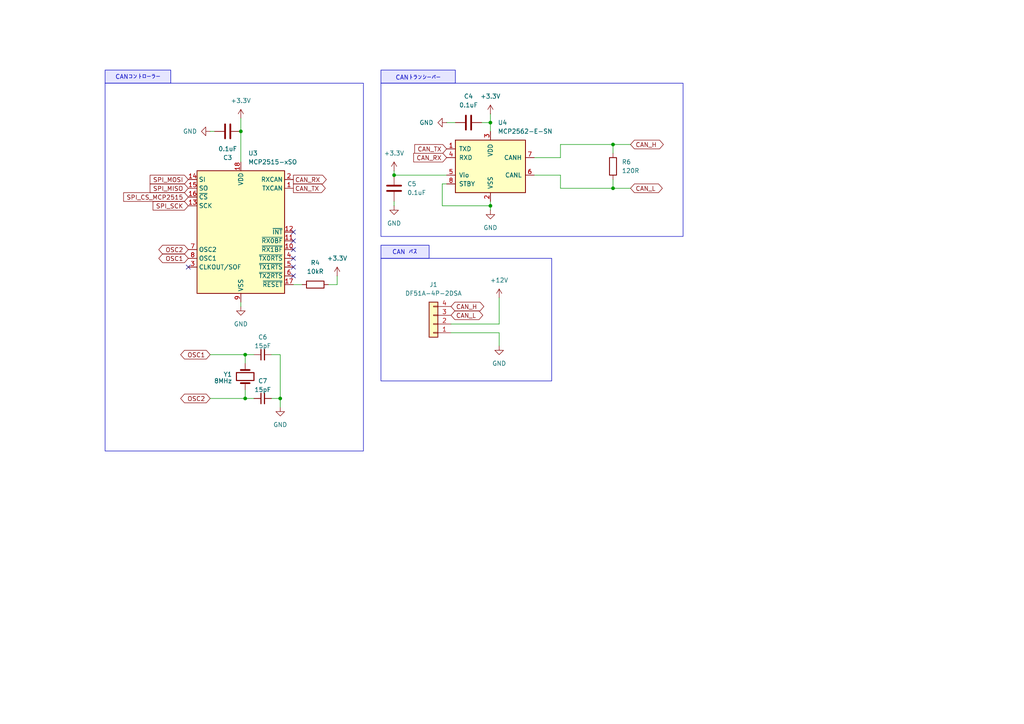
<source format=kicad_sch>
(kicad_sch (version 20250114) (generator "eeschema") (generator_version "9.0")
  (paper "A4")
  (lib_symbols
    (symbol "Connector_Generic:Conn_01x04" (pin_names (offset 1.016) (hide yes))
      (property "Reference" "J" (at 0 5.08 0))
      (property "Value" "Conn_01x04" (at 0 -7.62 0))
      (symbol "Conn_01x04_1_1"
        (rectangle (start -1.27 3.81) (end 1.27 -6.35) (stroke (width 0.254)) (fill (type background)))
        (rectangle (start -1.27 2.667) (end 0 2.413) (stroke (width 0.1524)))
        (rectangle (start -1.27 0.127) (end 0 -0.127) (stroke (width 0.1524)))
        (rectangle (start -1.27 -2.413) (end 0 -2.667) (stroke (width 0.1524)))
        (rectangle (start -1.27 -4.953) (end 0 -5.207) (stroke (width 0.1524)))
        (pin passive line (at -5.08 2.54 0) (length 3.81) (name "Pin_1") (number "1"))
        (pin passive line (at -5.08 0 0) (length 3.81) (name "Pin_2") (number "2"))
        (pin passive line (at -5.08 -2.54 0) (length 3.81) (name "Pin_3") (number "3"))
        (pin passive line (at -5.08 -5.08 0) (length 3.81) (name "Pin_4") (number "4"))
      )
    )
    (symbol "Device:C" (pin_numbers (hide yes)) (pin_names (offset 0.254))
      (property "Reference" "C" (at 0.635 2.54 0))
      (property "Value" "C" (at 0.635 -2.54 0))
      (symbol "C_0_1"
        (polyline (pts (xy -2.032 0.762) (xy 2.032 0.762)) (stroke (width 0.508)))
        (polyline (pts (xy -2.032 -0.762) (xy 2.032 -0.762)) (stroke (width 0.508)))
      )
      (symbol "C_1_1"
        (pin passive line (at 0 3.81 270) (length 2.794) (name "~") (number "1"))
        (pin passive line (at 0 -3.81 90) (length 2.794) (name "~") (number "2"))
      )
    )
    (symbol "Device:C_Small" (pin_numbers (hide yes)) (pin_names (offset 0.254) (hide yes))
      (property "Reference" "C" (at 0.254 1.778 0))
      (property "Value" "C_Small" (at 0.254 -2.032 0))
      (symbol "C_Small_0_1"
        (polyline (pts (xy -1.524 0.508) (xy 1.524 0.508)) (stroke (width 0.3048)))
        (polyline (pts (xy -1.524 -0.508) (xy 1.524 -0.508)) (stroke (width 0.3302)))
      )
      (symbol "C_Small_1_1"
        (pin passive line (at 0 2.54 270) (length 2.032) (name "~") (number "1"))
        (pin passive line (at 0 -2.54 90) (length 2.032) (name "~") (number "2"))
      )
    )
    (symbol "Device:Crystal" (pin_numbers (hide yes)) (pin_names (offset 1.016) (hide yes))
      (property "Reference" "Y" (at 0 3.81 0))
      (property "Value" "Crystal" (at 0 -3.81 0))
      (symbol "Crystal_0_1"
        (polyline (pts (xy -2.54 0) (xy -1.905 0)))
        (polyline (pts (xy -1.905 -1.27) (xy -1.905 1.27)) (stroke (width 0.508)))
        (rectangle (start -1.143 2.54) (end 1.143 -2.54) (stroke (width 0.3048)))
        (polyline (pts (xy 1.905 -1.27) (xy 1.905 1.27)) (stroke (width 0.508)))
        (polyline (pts (xy 2.54 0) (xy 1.905 0)))
      )
      (symbol "Crystal_1_1"
        (pin passive line (at -3.81 0 0) (length 1.27) (name "1") (number "1"))
        (pin passive line (at 3.81 0 180) (length 1.27) (name "2") (number "2"))
      )
    )
    (symbol "Device:R" (pin_numbers (hide yes)) (pin_names (offset 0))
      (property "Reference" "R" (at 2.032 0 90))
      (property "Value" "R" (at 0 0 90))
      (symbol "R_0_1"
        (rectangle (start -1.016 -2.54) (end 1.016 2.54) (stroke (width 0.254)))
      )
      (symbol "R_1_1"
        (pin passive line (at 0 3.81 270) (length 1.27) (name "~") (number "1"))
        (pin passive line (at 0 -3.81 90) (length 1.27) (name "~") (number "2"))
      )
    )
    (symbol "GND_1" (power) (pin_numbers (hide yes)) (pin_names (offset 0) (hide yes))
      (property "Value" "GND" (at 0 -3.81 0))
      (symbol "GND_1_0_1"
        (polyline (pts (xy 0 0) (xy 0 -1.27) (xy 1.27 -1.27) (xy 0 -2.54) (xy -1.27 -1.27) (xy 0 -1.27)))
      )
      (symbol "GND_1_1_1"
        (pin power_in line (at 0 0 270) (length 0) (name "~") (number "1"))
      )
    )
    (symbol "GND_2" (power) (pin_numbers (hide yes)) (pin_names (offset 0) (hide yes))
      (property "Value" "GND" (at 0 -3.81 0))
      (symbol "GND_2_0_1"
        (polyline (pts (xy 0 0) (xy 0 -1.27) (xy 1.27 -1.27) (xy 0 -2.54) (xy -1.27 -1.27) (xy 0 -1.27)))
      )
      (symbol "GND_2_1_1"
        (pin power_in line (at 0 0 270) (length 0) (name "~") (number "1"))
      )
    )
    (symbol "GND_3" (power) (pin_numbers (hide yes)) (pin_names (offset 0) (hide yes))
      (property "Value" "GND" (at 0 -3.81 0))
      (symbol "GND_3_0_1"
        (polyline (pts (xy 0 0) (xy 0 -1.27) (xy 1.27 -1.27) (xy 0 -2.54) (xy -1.27 -1.27) (xy 0 -1.27)))
      )
      (symbol "GND_3_1_1"
        (pin power_in line (at 0 0 270) (length 0) (name "~") (number "1"))
      )
    )
    (symbol "Interface_CAN_LIN:MCP2515-xSO"
      (property "Reference" "U" (at -10.16 19.685 0))
      (property "Value" "MCP2515-xSO" (at 19.05 20.32 0))
      (symbol "MCP2515-xSO_0_1"
        (rectangle (start -12.7 17.78) (end 12.7 -17.78) (stroke (width 0.254)) (fill (type background)))
      )
      (symbol "MCP2515-xSO_1_1"
        (pin input line (at -15.24 15.24 0) (length 2.54) (name "SI") (number "14"))
        (pin output line (at -15.24 12.7 0) (length 2.54) (name "SO") (number "15"))
        (pin input line (at -15.24 10.16 0) (length 2.54) (name "~{CS}") (number "16"))
        (pin input line (at -15.24 7.62 0) (length 2.54) (name "SCK") (number "13"))
        (pin output line (at -15.24 -5.08 0) (length 2.54) (name "OSC2") (number "7"))
        (pin input line (at -15.24 -7.62 0) (length 2.54) (name "OSC1") (number "8"))
        (pin output line (at -15.24 -10.16 0) (length 2.54) (name "CLKOUT/SOF") (number "3"))
        (pin power_in line (at 0 20.32 270) (length 2.54) (name "VDD") (number "18"))
        (pin power_in line (at 0 -20.32 90) (length 2.54) (name "VSS") (number "9"))
        (pin input line (at 15.24 15.24 180) (length 2.54) (name "RXCAN") (number "2"))
        (pin output line (at 15.24 12.7 180) (length 2.54) (name "TXCAN") (number "1"))
        (pin output line (at 15.24 0 180) (length 2.54) (name "~{INT}") (number "12"))
        (pin output line (at 15.24 -2.54 180) (length 2.54) (name "~{RX0BF}") (number "11"))
        (pin output line (at 15.24 -5.08 180) (length 2.54) (name "~{RX1BF}") (number "10"))
        (pin input line (at 15.24 -7.62 180) (length 2.54) (name "~{TX0RTS}") (number "4"))
        (pin input line (at 15.24 -10.16 180) (length 2.54) (name "~{TX1RTS}") (number "5"))
        (pin input line (at 15.24 -12.7 180) (length 2.54) (name "~{TX2RTS}") (number "6"))
        (pin input line (at 15.24 -15.24 180) (length 2.54) (name "~{RESET}") (number "17"))
      )
    )
    (symbol "Interface_CAN_LIN:MCP2562-E-SN" (pin_names (offset 1.016))
      (property "Reference" "U" (at -10.16 8.89 0))
      (property "Value" "MCP2562-E-SN" (at 2.54 8.89 0))
      (symbol "MCP2562-E-SN_0_1"
        (rectangle (start -10.16 7.62) (end 10.16 -7.62) (stroke (width 0.254)) (fill (type background)))
      )
      (symbol "MCP2562-E-SN_1_1"
        (pin input line (at -12.7 5.08 0) (length 2.54) (name "TXD") (number "1"))
        (pin output line (at -12.7 2.54 0) (length 2.54) (name "RXD") (number "4"))
        (pin power_in line (at -12.7 -2.54 0) (length 2.54) (name "Vio") (number "5"))
        (pin input line (at -12.7 -5.08 0) (length 2.54) (name "STBY") (number "8"))
        (pin power_in line (at 0 10.16 270) (length 2.54) (name "VDD") (number "3"))
        (pin power_in line (at 0 -10.16 90) (length 2.54) (name "VSS") (number "2"))
        (pin bidirectional line (at 12.7 2.54 180) (length 2.54) (name "CANH") (number "7"))
        (pin bidirectional line (at 12.7 -2.54 180) (length 2.54) (name "CANL") (number "6"))
      )
    )
    (symbol "power:+12V" (power) (pin_numbers (hide yes)) (pin_names (offset 0) (hide yes))
      (property "Value" "+12V" (at 0 3.556 0))
      (symbol "+12V_0_1"
        (polyline (pts (xy -0.762 1.27) (xy 0 2.54)))
        (polyline (pts (xy 0 2.54) (xy 0.762 1.27)))
        (polyline (pts (xy 0 0) (xy 0 2.54)))
      )
      (symbol "+12V_1_1"
        (pin power_in line (at 0 0 90) (length 0) (name "~") (number "1"))
      )
    )
    (symbol "power:+3.3V" (power) (pin_numbers (hide yes)) (pin_names (offset 0) (hide yes))
      (property "Value" "+3.3V" (at 0 3.556 0))
      (symbol "+3.3V_0_1"
        (polyline (pts (xy -0.762 1.27) (xy 0 2.54)))
        (polyline (pts (xy 0 2.54) (xy 0.762 1.27)))
        (polyline (pts (xy 0 0) (xy 0 2.54)))
      )
      (symbol "+3.3V_1_1"
        (pin power_in line (at 0 0 90) (length 0) (name "~") (number "1"))
      )
    )
    (symbol "power:GND" (power) (pin_names (offset 0))
      (property "Value" "GND" (at 0 -3.81 0))
      (symbol "GND_0_1"
        (polyline (pts (xy 0 0) (xy 0 -1.27) (xy 1.27 -1.27) (xy 0 -2.54) (xy -1.27 -1.27) (xy 0 -1.27)))
      )
      (symbol "GND_1_1"
        (pin power_in line (at 0 0 270) (length 0) (hide yes) (name "GND") (number "1"))
      )
    )
  )
  (rectangle (start 110.49 24.13) (end 198.12 68.58))
  (rectangle (start 110.49 74.93) (end 160.02 110.49))
  (rectangle (start 30.48 24.13) (end 105.41 130.81))
  (text_box "CANトランシーバー" (at 110.49 20.32 0) (size 21.59 3.81) (margins 0.9525 0.9525 0.9525 0.9525) (fill (type color) (color 0 0 255 0.1)) (effects (font (size 1.27 1.27)) (justify bottom)))
  (text_box "CAN バス" (at 110.49 71.12 0) (size 13.97 3.81) (margins 0.9525 0.9525 0.9525 0.9525) (fill (type color) (color 0 0 255 0.1)) (effects (font (size 1.27 1.27))))
  (text_box "CANコントローラー" (at 30.48 20.32 0) (size 19.05 3.81) (margins 0.9525 0.9525 0.9525 0.9525) (fill (type color) (color 0 0 255 0.1)) (effects (font (size 1.27 1.27))))
  (junction (at 71.12 102.87))
  (junction (at 114.3 50.8))
  (junction (at 71.12 115.57))
  (junction (at 142.24 59.69))
  (junction (at 81.28 115.57))
  (junction (at 177.8 54.61))
  (junction (at 69.85 38.1))
  (junction (at 142.24 35.56))
  (junction (at 177.8 41.91))
  (no_connect (at 85.09 72.39))
  (no_connect (at 85.09 69.85))
  (no_connect (at 85.09 80.01))
  (no_connect (at 54.61 77.47))
  (no_connect (at 85.09 67.31))
  (no_connect (at 85.09 74.93))
  (no_connect (at 85.09 77.47))
  (wire (pts (xy 162.56 45.72) (xy 154.94 45.72)))
  (wire (pts (xy 177.8 41.91) (xy 177.8 44.45)))
  (wire (pts (xy 69.85 38.1) (xy 69.85 46.99)))
  (wire (pts (xy 128.27 59.69) (xy 142.24 59.69)))
  (wire (pts (xy 60.96 115.57) (xy 71.12 115.57)))
  (wire (pts (xy 142.24 35.56) (xy 142.24 38.1)))
  (wire (pts (xy 177.8 41.91) (xy 182.88 41.91)))
  (wire (pts (xy 144.78 96.52) (xy 130.81 96.52)))
  (wire (pts (xy 60.96 102.87) (xy 71.12 102.87)))
  (wire (pts (xy 139.7 35.56) (xy 142.24 35.56)))
  (wire (pts (xy 114.3 58.42) (xy 114.3 59.69)))
  (wire (pts (xy 69.85 88.9) (xy 69.85 87.63)))
  (wire (pts (xy 78.74 115.57) (xy 81.28 115.57)))
  (wire (pts (xy 71.12 105.41) (xy 71.12 102.87)))
  (wire (pts (xy 81.28 115.57) (xy 81.28 102.87)))
  (wire (pts (xy 162.56 41.91) (xy 162.56 45.72)))
  (wire (pts (xy 154.94 50.8) (xy 162.56 50.8)))
  (wire (pts (xy 114.3 49.53) (xy 114.3 50.8)))
  (wire (pts (xy 144.78 86.36) (xy 144.78 93.98)))
  (wire (pts (xy 85.09 82.55) (xy 87.63 82.55)))
  (wire (pts (xy 81.28 118.11) (xy 81.28 115.57)))
  (wire (pts (xy 177.8 54.61) (xy 162.56 54.61)))
  (wire (pts (xy 130.81 93.98) (xy 144.78 93.98)))
  (wire (pts (xy 142.24 59.69) (xy 142.24 60.96)))
  (wire (pts (xy 162.56 41.91) (xy 177.8 41.91)))
  (wire (pts (xy 60.96 38.1) (xy 62.23 38.1)))
  (wire (pts (xy 69.85 34.29) (xy 69.85 38.1)))
  (wire (pts (xy 129.54 53.34) (xy 128.27 53.34)))
  (wire (pts (xy 182.88 54.61) (xy 177.8 54.61)))
  (wire (pts (xy 71.12 102.87) (xy 73.66 102.87)))
  (wire (pts (xy 95.25 82.55) (xy 97.79 82.55)))
  (wire (pts (xy 71.12 115.57) (xy 73.66 115.57)))
  (wire (pts (xy 71.12 113.03) (xy 71.12 115.57)))
  (wire (pts (xy 97.79 82.55) (xy 97.79 80.01)))
  (wire (pts (xy 144.78 100.33) (xy 144.78 96.52)))
  (wire (pts (xy 114.3 50.8) (xy 129.54 50.8)))
  (wire (pts (xy 78.74 102.87) (xy 81.28 102.87)))
  (wire (pts (xy 142.24 33.02) (xy 142.24 35.56)))
  (wire (pts (xy 129.54 35.56) (xy 132.08 35.56)))
  (wire (pts (xy 162.56 54.61) (xy 162.56 50.8)))
  (wire (pts (xy 142.24 59.69) (xy 142.24 58.42)))
  (wire (pts (xy 128.27 53.34) (xy 128.27 59.69)))
  (wire (pts (xy 177.8 52.07) (xy 177.8 54.61)))
  (global_label "CAN_L" (shape bidirectional) (at 182.88 54.61 0) (property "Intersheetrefs" "${INTERSHEET_REFS}" (effects (hide yes))))
  (global_label "SPI_MISO" (shape input) (at 54.61 54.61 180) (property "Intersheetrefs" "${INTERSHEET_REFS}" (effects (hide yes))))
  (global_label "OSC2" (shape bidirectional) (at 60.96 115.57 180) (property "Intersheetrefs" "${INTERSHEET_REFS}" (effects (hide yes))))
  (global_label "SPI_SCK" (shape input) (at 54.61 59.69 180) (property "Intersheetrefs" "${INTERSHEET_REFS}" (effects (hide yes))))
  (global_label "CAN_TX" (shape output) (at 85.09 54.61 0) (property "Intersheetrefs" "${INTERSHEET_REFS}" (effects (hide yes))))
  (global_label "CAN_RX" (shape output) (at 85.09 52.07 0) (property "Intersheetrefs" "${INTERSHEET_REFS}" (effects (hide yes))))
  (global_label "OSC1" (shape bidirectional) (at 54.61 74.93 180) (property "Intersheetrefs" "${INTERSHEET_REFS}" (effects (hide yes))))
  (global_label "CAN_H" (shape bidirectional) (at 130.81 88.9 0) (property "Intersheetrefs" "${INTERSHEET_REFS}" (effects (hide yes))))
  (global_label "OSC2" (shape bidirectional) (at 54.61 72.39 180) (property "Intersheetrefs" "${INTERSHEET_REFS}" (effects (hide yes))))
  (global_label "CAN_L" (shape bidirectional) (at 130.81 91.44 0) (property "Intersheetrefs" "${INTERSHEET_REFS}" (effects (hide yes))))
  (global_label "CAN_TX" (shape input) (at 129.54 43.18 180) (property "Intersheetrefs" "${INTERSHEET_REFS}" (effects (hide yes))))
  (global_label "OSC1" (shape bidirectional) (at 60.96 102.87 180) (property "Intersheetrefs" "${INTERSHEET_REFS}" (effects (hide yes))))
  (global_label "CAN_H" (shape bidirectional) (at 182.88 41.91 0) (property "Intersheetrefs" "${INTERSHEET_REFS}" (effects (hide yes))))
  (global_label "CAN_RX" (shape input) (at 129.54 45.72 180) (property "Intersheetrefs" "${INTERSHEET_REFS}" (effects (hide yes))))
  (global_label "SPI_MOSI" (shape input) (at 54.61 52.07 180) (property "Intersheetrefs" "${INTERSHEET_REFS}" (effects (hide yes))))
  (global_label "SPI_CS_MCP2515" (shape input) (at 54.61 57.15 180) (property "Intersheetrefs" "${INTERSHEET_REFS}" (effects (hide yes))))
  (symbol (lib_id "power:GND") (at 144.78 100.33 0) (unit 1)
    (property "Reference" "#PWR05" (effects (hide yes)))
    (property "Value" "GND" (at 144.78 105.41 0))
    (property "Description" "Power symbol creates a global label with name \"GND\" , ground" (effects (hide yes)))
  )
  (symbol (lib_id "power:+3.3V") (at 69.85 34.29 0) (unit 1)
    (property "Reference" "#PWR014" (effects (hide yes)))
    (property "Value" "+3.3V" (at 69.85 29.21 0))
    (property "Description" "Power symbol creates a global label with name \"+3.3V\"" (effects (hide yes)))
  )
  (symbol (lib_id "Device:C") (at 66.04 38.1 270) (mirror x) (unit 1)
    (property "Reference" "C3" (at 66.04 45.72 90))
    (property "Value" "0.1uF" (at 66.04 43.18 90))
    (property "Footprint" "Capacitor_SMD:C_0603_1608Metric_Pad1.08x0.95mm_HandSolder" (effects (hide yes)))
    (property "Description" "Unpolarized capacitor" (effects (hide yes)))
  )
  (symbol (lib_name "GND_3") (lib_id "power:GND") (at 60.96 38.1 270) (unit 1)
    (property "Reference" "#PWR019" (effects (hide yes)))
    (property "Value" "GND" (at 57.15 38.0999 90) (effects (justify right)))
    (property "Description" "Power symbol creates a global label with name \"GND\" , ground" (effects (hide yes)))
  )
  (symbol (lib_id "power:+3.3V") (at 114.3 49.53 0) (unit 1)
    (property "Reference" "#PWR018" (effects (hide yes)))
    (property "Value" "+3.3V" (at 114.3 44.45 0))
    (property "Description" "Power symbol creates a global label with name \"+3.3V\"" (effects (hide yes)))
  )
  (symbol (lib_name "GND_2") (lib_id "power:GND") (at 142.24 60.96 0) (unit 1)
    (property "Reference" "#PWR017" (effects (hide yes)))
    (property "Value" "GND" (at 142.24 66.04 0))
    (property "Description" "Power symbol creates a global label with name \"GND\" , ground" (effects (hide yes)))
  )
  (symbol (lib_id "Device:Crystal") (at 71.12 109.22 270) (mirror x) (unit 1)
    (property "Reference" "Y1" (at 67.31 108.585 90) (effects (justify right)))
    (property "Value" "8MHz" (at 67.31 110.49 90) (effects (justify right)))
    (property "Footprint" "Crystal:Crystal_SMD_HC49-SD" (effects (hide yes)))
    (property "Datasheet" "https://akizukidenshi.com/catalog/g/gP-08667/" (effects (hide yes)))
  )
  (symbol (lib_name "GND_2") (lib_id "power:GND") (at 129.54 35.56 270) (unit 1)
    (property "Reference" "#PWR027" (effects (hide yes)))
    (property "Value" "GND" (at 125.73 35.5599 90) (effects (justify right)))
    (property "Description" "Power symbol creates a global label with name \"GND\" , ground" (effects (hide yes)))
  )
  (symbol (lib_id "Connector_Generic:Conn_01x04") (at 125.73 93.98 180) (unit 1)
    (property "Reference" "J1" (at 125.73 82.55 0))
    (property "Value" "DF51A-4P-2DSA" (at 125.73 85.09 0))
    (property "Footprint" "TSRP_Connector_Hirose:DF51A-4P-2DSA" (effects (hide yes)))
    (property "Description" "Generic connector, single row, 01x04, script generated (kicad-library-utils/schlib/autogen/connector/)" (effects (hide yes)))
  )
  (symbol (lib_id "power:+3.3V") (at 142.24 33.02 0) (unit 1)
    (property "Reference" "#PWR016" (effects (hide yes)))
    (property "Value" "+3.3V" (at 142.24 27.94 0))
    (property "Description" "Power symbol creates a global label with name \"+3.3V\"" (effects (hide yes)))
  )
  (symbol (lib_id "Device:C_Small") (at 76.2 115.57 90) (unit 1)
    (property "Reference" "C7" (at 76.2063 110.49 90))
    (property "Value" "15pF" (at 76.2063 113.03 90))
    (property "Footprint" "Capacitor_SMD:C_0603_1608Metric_Pad1.08x0.95mm_HandSolder" (effects (hide yes)))
    (property "Datasheet" "https://akizukidenshi.com/catalog/g/gP-16143/" (effects (hide yes)))
  )
  (symbol (lib_id "Interface_CAN_LIN:MCP2562-E-SN") (at 142.24 48.26 0) (unit 1)
    (property "Reference" "U4" (at 144.3833 35.56 0) (effects (justify left)))
    (property "Value" "MCP2562-E-SN" (at 144.3833 38.1 0) (effects (justify left)))
    (property "Footprint" "Package_SO:SOIC-8_3.9x4.9mm_P1.27mm" (effects (hide yes)))
    (property "Datasheet" "http://ww1.microchip.com/downloads/en/DeviceDoc/25167A.pdf" (effects (hide yes)))
    (property "Description" "High-Speed CAN Transceiver, 1Mbps, 5V supply, Vio pin, -40C to +125C, SOIC-8" (effects (hide yes)))
  )
  (symbol (lib_id "power:GND") (at 81.28 118.11 0) (unit 1)
    (property "Reference" "#PWR025" (effects (hide yes)))
    (property "Value" "GND" (at 81.28 123.19 0))
  )
  (symbol (lib_name "GND_2") (lib_id "power:GND") (at 114.3 59.69 0) (unit 1)
    (property "Reference" "#PWR028" (effects (hide yes)))
    (property "Value" "GND" (at 114.3 64.77 0))
    (property "Description" "Power symbol creates a global label with name \"GND\" , ground" (effects (hide yes)))
  )
  (symbol (lib_id "Device:C") (at 135.89 35.56 90) (unit 1)
    (property "Reference" "C4" (at 135.89 27.94 90))
    (property "Value" "0.1uF" (at 135.89 30.48 90))
    (property "Footprint" "Capacitor_SMD:C_0603_1608Metric_Pad1.08x0.95mm_HandSolder" (effects (hide yes)))
    (property "Description" "Unpolarized capacitor" (effects (hide yes)))
  )
  (symbol (lib_id "power:+3.3V") (at 97.79 80.01 0) (unit 1)
    (property "Reference" "#PWR015" (effects (hide yes)))
    (property "Value" "+3.3V" (at 97.79 74.93 0))
    (property "Description" "Power symbol creates a global label with name \"+3.3V\"" (effects (hide yes)))
  )
  (symbol (lib_id "Device:C_Small") (at 76.2 102.87 90) (unit 1)
    (property "Reference" "C6" (at 76.2063 97.79 90))
    (property "Value" "15pF" (at 76.2063 100.33 90))
    (property "Footprint" "Capacitor_SMD:C_0603_1608Metric_Pad1.08x0.95mm_HandSolder" (effects (hide yes)))
    (property "Datasheet" "https://akizukidenshi.com/catalog/g/gP-16143/" (effects (hide yes)))
  )
  (symbol (lib_id "Device:C") (at 114.3 54.61 180) (unit 1)
    (property "Reference" "C5" (at 118.11 53.3399 0) (effects (justify right)))
    (property "Value" "0.1uF" (at 118.11 55.8799 0) (effects (justify right)))
    (property "Footprint" "Capacitor_SMD:C_0603_1608Metric_Pad1.08x0.95mm_HandSolder" (effects (hide yes)))
    (property "Description" "Unpolarized capacitor" (effects (hide yes)))
  )
  (symbol (lib_id "Device:R") (at 177.8 48.26 180) (unit 1)
    (property "Reference" "R6" (at 180.34 46.9899 0) (effects (justify right)))
    (property "Value" "120R" (at 180.34 49.5299 0) (effects (justify right)))
    (property "Footprint" "Resistor_SMD:R_0603_1608Metric_Pad0.98x0.95mm_HandSolder" (effects (hide yes)))
    (property "Description" "Resistor" (effects (hide yes)))
  )
  (symbol (lib_id "Interface_CAN_LIN:MCP2515-xSO") (at 69.85 67.31 0) (unit 1)
    (property "Reference" "U3" (at 71.9933 44.45 0) (effects (justify left)))
    (property "Value" "MCP2515-xSO" (at 71.9933 46.99 0) (effects (justify left)))
    (property "Footprint" "Package_SO:SOIC-18W_7.5x11.6mm_P1.27mm" (effects (hide yes)))
    (property "Datasheet" "http://ww1.microchip.com/downloads/en/DeviceDoc/21801e.pdf" (effects (hide yes)))
    (property "Description" "Stand-Alone CAN Controller with SPI Interface, SOIC-18" (effects (hide yes)))
  )
  (symbol (lib_id "power:+12V") (at 144.78 86.36 0) (unit 1)
    (property "Reference" "#PWR06" (effects (hide yes)))
    (property "Value" "+12V" (at 144.78 81.28 0))
    (property "Description" "Power symbol creates a global label with name \"+12V\"" (effects (hide yes)))
  )
  (symbol (lib_id "Device:R") (at 91.44 82.55 90) (unit 1)
    (property "Reference" "R4" (at 91.44 76.2 90))
    (property "Value" "10kR" (at 91.44 78.74 90))
    (property "Footprint" "Resistor_SMD:R_0603_1608Metric_Pad0.98x0.95mm_HandSolder" (effects (hide yes)))
    (property "Description" "Resistor" (effects (hide yes)))
  )
  (symbol (lib_name "GND_1") (lib_id "power:GND") (at 69.85 88.9 0) (unit 1)
    (property "Reference" "#PWR013" (effects (hide yes)))
    (property "Value" "GND" (at 69.85 93.98 0))
    (property "Description" "Power symbol creates a global label with name \"GND\" , ground" (effects (hide yes)))
  )
)
</source>
